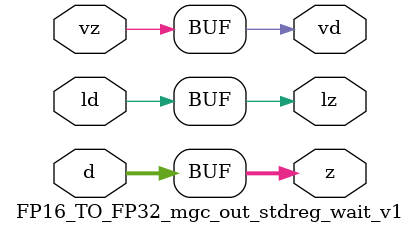
<source format=v>
module FP16_TO_FP32_mgc_out_stdreg_wait_v1 (ld, vd, d, lz, vz, z);
  parameter integer rscid = 1;
  parameter integer width = 8;
  input ld;
  output vd;
  input [width-1:0] d;
  output lz;
  input vz;
  output [width-1:0] z;
  wire vd;
  wire lz;
  wire [width-1:0] z;
  assign z = d;
  assign lz = ld;
  assign vd = vz;
endmodule
</source>
